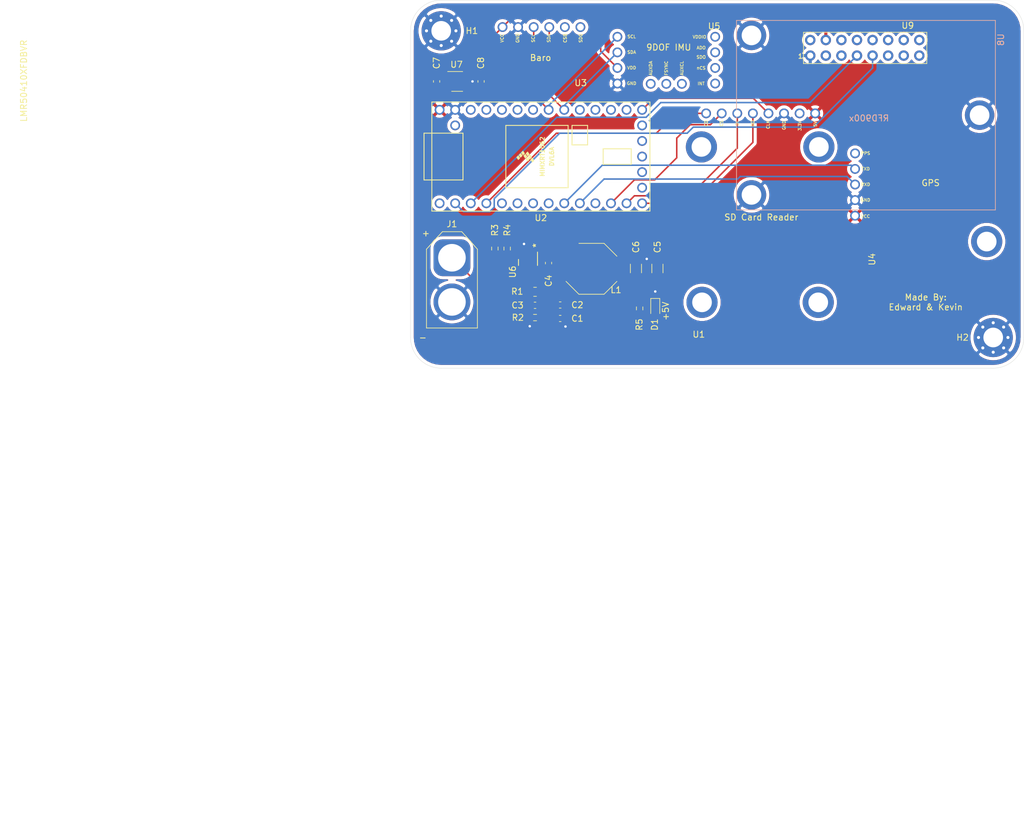
<source format=kicad_pcb>
(kicad_pcb (version 20171130) (host pcbnew 5.1.10-88a1d61d58~88~ubuntu18.04.1)
  (layers (0 F.Cu signal) (31 B.Cu signal) (34 B.Paste user) (35 F.Paste user) (36 B.SilkS user) (37 F.SilkS user) (38 B.Mask user) (39 F.Mask user) (44 Edge.Cuts user))
  (net 0 "")
  (net 1 GND)
  (net 2 VCC)
  (net 3 /battery_power_supply/CB)
  (net 4 /battery_power_supply/SW)
  (net 5 +5V)
  (net 6 +3V3)
  (net 7 /battery_power_supply/EN)
  (net 8 /battery_power_supply/FB)
  (net 9 /CS)
  (net 10 /CD)
  (net 11 /MISO)
  (net 12 /MOSI)
  (net 13 /SCK)
  (net 14 "Net-(U2-Pad17)")
  (net 15 "Net-(U2-Pad18)")
  (net 16 "Net-(U2-Pad19)")
  (net 17 "Net-(U2-Pad16)")
  (net 18 "Net-(U2-Pad15)")
  (net 19 "Net-(U2-Pad21)")
  (net 20 "Net-(U2-Pad22)")
  (net 21 "Net-(U2-Pad23)")
  (net 22 "Net-(U2-Pad24)")
  (net 23 /SDA0)
  (net 24 /SCL0)
  (net 25 "Net-(U2-Pad27)")
  (net 26 "Net-(U2-Pad28)")
  (net 27 "Net-(U2-Pad29)")
  (net 28 "Net-(U2-Pad30)")
  (net 29 "Net-(U2-Pad31)")
  (net 30 "Net-(U2-Pad34)")
  (net 31 "Net-(U2-Pad11)")
  (net 32 "Net-(U2-Pad8)")
  (net 33 "Net-(U2-Pad7)")
  (net 34 "Net-(U2-Pad6)")
  (net 35 "Net-(U2-Pad5)")
  (net 36 /TX1)
  (net 37 /RX1)
  (net 38 "Net-(U2-Pad1)")
  (net 39 "Net-(U3-Pad5)")
  (net 40 "Net-(U3-Pad6)")
  (net 41 "Net-(U4-Pad1)")
  (net 42 "Net-(U5-Pad5)")
  (net 43 "Net-(U5-Pad6)")
  (net 44 "Net-(U5-Pad7)")
  (net 45 "Net-(U5-Pad8)")
  (net 46 "Net-(U5-Pad9)")
  (net 47 "Net-(U5-Pad10)")
  (net 48 "Net-(U5-Pad11)")
  (net 49 "Net-(U7-Pad4)")
  (net 50 "Net-(U1-Pad2)")
  (net 51 "Net-(D1-Pad2)")
  (net 52 /TX2)
  (net 53 /RX2)
  (net 54 "Net-(U9-Pad2)")
  (net 55 "Net-(U9-Pad11)")
  (net 56 "Net-(U9-Pad13)")
  (net 57 "Net-(U9-Pad3)")
  (net 58 "Net-(U9-Pad6)")
  (net 59 "Net-(U9-Pad10)")
  (net 60 "Net-(U9-Pad14)")
  (net 61 "Net-(U9-Pad15)")
  (net 62 "Net-(U9-Pad16)")
  (net 63 "Net-(U9-Pad8)")
  (net 64 "Net-(U9-Pad12)")
  (net 65 "Net-(U9-Pad5)")
  (module myFootprints:Teensy40 (layer F.Cu) (at 56.25 60.5)
    (fp_text reference U2 (at 0 10) (layer F.SilkS))
    (fp_text value Teensy4.0)
    (fp_poly (pts (xy -3.937 0.127) (xy -3.683 -0.127) (xy -3.429 0.254) (xy -3.683 0.508)) (layer F.SilkS) (width 0.1))
    (fp_poly (pts (xy -3.556 -0.254) (xy -3.302 -0.508) (xy -3.048 -0.127) (xy -3.302 0.127)) (layer F.SilkS) (width 0.1))
    (fp_poly (pts (xy -1.651 0.508) (xy -1.397 0.254) (xy -1.143 0.635) (xy -1.397 0.889)) (layer F.SilkS) (width 0.1))
    (fp_poly (pts (xy -2.032 0) (xy -1.778 -0.254) (xy -1.524 0.127) (xy -1.778 0.381)) (layer F.SilkS) (width 0.1))
    (fp_poly (pts (xy -2.413 -0.508) (xy -2.159 -0.762) (xy -1.905 -0.381) (xy -2.159 -0.127)) (layer F.SilkS) (width 0.1))
    (fp_poly (pts (xy -2.413 0.381) (xy -2.159 0.127) (xy -1.905 0.508) (xy -2.159 0.762)) (layer F.SilkS) (width 0.1))
    (fp_poly (pts (xy -2.794 -0.127) (xy -2.54 -0.381) (xy -2.286 0) (xy -2.54 0.254)) (layer F.SilkS) (width 0.1))
    (fp_poly (pts (xy -3.175 -0.635) (xy -2.921 -0.889) (xy -2.667 -0.508) (xy -2.921 -0.254)) (layer F.SilkS) (width 0.1))
    (fp_line (start 5.08 -1.905) (end 5.08 -5.08) (layer F.SilkS) (width 0.15))
    (fp_line (start 7.62 -1.905) (end 5.08 -1.905) (layer F.SilkS) (width 0.15))
    (fp_line (start 7.62 -5.08) (end 7.62 -1.905) (layer F.SilkS) (width 0.15))
    (fp_line (start 5.08 -5.08) (end 7.62 -5.08) (layer F.SilkS) (width 0.15))
    (fp_line (start -17.78 8.89) (end -17.78 -8.89) (layer F.SilkS) (width 0.15))
    (fp_line (start 17.78 8.89) (end -17.78 8.89) (layer F.SilkS) (width 0.15))
    (fp_line (start 17.78 -8.89) (end 17.78 8.89) (layer F.SilkS) (width 0.15))
    (fp_line (start -17.78 -8.89) (end 17.78 -8.89) (layer F.SilkS) (width 0.15))
    (fp_line (start 4.445 5.08) (end -5.715 5.08) (layer F.SilkS) (width 0.15))
    (fp_line (start 4.445 -5.08) (end -5.715 -5.08) (layer F.SilkS) (width 0.15))
    (fp_line (start -5.715 -5.08) (end -5.715 5.08) (layer F.SilkS) (width 0.15))
    (fp_line (start 4.445 5.08) (end 4.445 -5.08) (layer F.SilkS) (width 0.15))
    (fp_line (start 10.16 -1.27) (end 14.732 -1.27) (layer F.SilkS) (width 0.15))
    (fp_line (start 10.16 1.27) (end 10.16 -1.27) (layer F.SilkS) (width 0.15))
    (fp_line (start 14.732 1.27) (end 10.16 1.27) (layer F.SilkS) (width 0.15))
    (fp_line (start 14.732 -1.27) (end 14.732 1.27) (layer F.SilkS) (width 0.15))
    (fp_line (start -12.7 3.81) (end -17.78 3.81) (layer F.SilkS) (width 0.15))
    (fp_line (start -12.7 -3.81) (end -17.78 -3.81) (layer F.SilkS) (width 0.15))
    (fp_line (start -12.7 3.81) (end -12.7 -3.81) (layer F.SilkS) (width 0.15))
    (fp_line (start -19.05 -3.81) (end -17.78 -3.81) (layer F.SilkS) (width 0.15))
    (fp_line (start -19.05 3.81) (end -19.05 -3.81) (layer F.SilkS) (width 0.15))
    (fp_line (start -17.78 3.81) (end -19.05 3.81) (layer F.SilkS) (width 0.15))
    (fp_text user MIMXRT1062 (at 0.254 0 90) (layer F.SilkS) (effects (font (size 0.7 0.7))))
    (fp_text user DVL6A (at 1.778 0 90) (layer F.SilkS) (effects (font (size 0.7 0.7))))
    (pad 17 thru_hole circle (at 16.51 0) (size 1.6 1.6) (drill 1.1) (layers *.Cu *.Mask) (net 14 "Net-(U2-Pad17)"))
    (pad 18 thru_hole circle (at 16.51 -2.54) (size 1.6 1.6) (drill 1.1) (layers *.Cu *.Mask) (net 15 "Net-(U2-Pad18)"))
    (pad 19 thru_hole circle (at 16.51 -5.08) (size 1.6 1.6) (drill 1.1) (layers *.Cu *.Mask) (net 16 "Net-(U2-Pad19)"))
    (pad 20 thru_hole circle (at 16.51 -7.62) (size 1.6 1.6) (drill 1.1) (layers *.Cu *.Mask) (net 13 /SCK))
    (pad 16 thru_hole circle (at 16.51 2.54) (size 1.6 1.6) (drill 1.1) (layers *.Cu *.Mask) (net 17 "Net-(U2-Pad16)"))
    (pad 15 thru_hole circle (at 16.51 5.08) (size 1.6 1.6) (drill 1.1) (layers *.Cu *.Mask) (net 18 "Net-(U2-Pad15)"))
    (pad 14 thru_hole circle (at 16.51 7.62) (size 1.6 1.6) (drill 1.1) (layers *.Cu *.Mask) (net 11 /MISO))
    (pad 21 thru_hole circle (at 13.97 -7.62) (size 1.6 1.6) (drill 1.1) (layers *.Cu *.Mask) (net 19 "Net-(U2-Pad21)"))
    (pad 22 thru_hole circle (at 11.43 -7.62) (size 1.6 1.6) (drill 1.1) (layers *.Cu *.Mask) (net 20 "Net-(U2-Pad22)"))
    (pad 23 thru_hole circle (at 8.89 -7.62) (size 1.6 1.6) (drill 1.1) (layers *.Cu *.Mask) (net 21 "Net-(U2-Pad23)"))
    (pad 24 thru_hole circle (at 6.35 -7.62) (size 1.6 1.6) (drill 1.1) (layers *.Cu *.Mask) (net 22 "Net-(U2-Pad24)"))
    (pad 25 thru_hole circle (at 3.81 -7.62) (size 1.6 1.6) (drill 1.1) (layers *.Cu *.Mask) (net 23 /SDA0))
    (pad 26 thru_hole circle (at 1.27 -7.62) (size 1.6 1.6) (drill 1.1) (layers *.Cu *.Mask) (net 24 /SCL0))
    (pad 27 thru_hole circle (at -1.27 -7.62) (size 1.6 1.6) (drill 1.1) (layers *.Cu *.Mask) (net 25 "Net-(U2-Pad27)"))
    (pad 28 thru_hole circle (at -3.81 -7.62) (size 1.6 1.6) (drill 1.1) (layers *.Cu *.Mask) (net 26 "Net-(U2-Pad28)"))
    (pad 29 thru_hole circle (at -6.35 -7.62) (size 1.6 1.6) (drill 1.1) (layers *.Cu *.Mask) (net 27 "Net-(U2-Pad29)"))
    (pad 30 thru_hole circle (at -8.89 -7.62) (size 1.6 1.6) (drill 1.1) (layers *.Cu *.Mask) (net 28 "Net-(U2-Pad30)"))
    (pad 31 thru_hole circle (at -11.43 -7.62) (size 1.6 1.6) (drill 1.1) (layers *.Cu *.Mask) (net 29 "Net-(U2-Pad31)"))
    (pad 32 thru_hole circle (at -13.97 -7.62) (size 1.6 1.6) (drill 1.1) (layers *.Cu *.Mask) (net 1 GND))
    (pad 33 thru_hole circle (at -16.51 -7.62) (size 1.6 1.6) (drill 1.1) (layers *.Cu *.Mask) (net 5 +5V))
    (pad 34 thru_hole circle (at -13.97 -5.08) (size 1.6 1.6) (drill 1.1) (layers *.Cu *.Mask) (net 30 "Net-(U2-Pad34)"))
    (pad 13 thru_hole circle (at 13.97 7.62) (size 1.6 1.6) (drill 1.1) (layers *.Cu *.Mask) (net 12 /MOSI))
    (pad 12 thru_hole circle (at 11.43 7.62) (size 1.6 1.6) (drill 1.1) (layers *.Cu *.Mask) (net 9 /CS))
    (pad 11 thru_hole circle (at 8.89 7.62) (size 1.6 1.6) (drill 1.1) (layers *.Cu *.Mask) (net 31 "Net-(U2-Pad11)"))
    (pad 10 thru_hole circle (at 6.35 7.62) (size 1.6 1.6) (drill 1.1) (layers *.Cu *.Mask) (net 52 /TX2))
    (pad 9 thru_hole circle (at 3.81 7.62) (size 1.6 1.6) (drill 1.1) (layers *.Cu *.Mask) (net 53 /RX2))
    (pad 8 thru_hole circle (at 1.27 7.62) (size 1.6 1.6) (drill 1.1) (layers *.Cu *.Mask) (net 32 "Net-(U2-Pad8)"))
    (pad 7 thru_hole circle (at -1.27 7.62) (size 1.6 1.6) (drill 1.1) (layers *.Cu *.Mask) (net 33 "Net-(U2-Pad7)"))
    (pad 6 thru_hole circle (at -3.81 7.62) (size 1.6 1.6) (drill 1.1) (layers *.Cu *.Mask) (net 34 "Net-(U2-Pad6)"))
    (pad 5 thru_hole circle (at -6.35 7.62) (size 1.6 1.6) (drill 1.1) (layers *.Cu *.Mask) (net 35 "Net-(U2-Pad5)"))
    (pad 4 thru_hole circle (at -8.89 7.62) (size 1.6 1.6) (drill 1.1) (layers *.Cu *.Mask) (net 10 /CD))
    (pad 3 thru_hole circle (at -11.43 7.62) (size 1.6 1.6) (drill 1.1) (layers *.Cu *.Mask) (net 36 /TX1))
    (pad 2 thru_hole circle (at -13.97 7.62) (size 1.6 1.6) (drill 1.1) (layers *.Cu *.Mask) (net 37 /RX1))
    (pad 1 thru_hole circle (at -16.51 7.62) (size 1.6 1.6) (drill 1.1) (layers *.Cu *.Mask) (net 38 "Net-(U2-Pad1)"))
  )
  (module myFootprints:RFD900x_Pins (layer F.Cu) (at 109.07 42.74)
    (fp_text reference U9 (at 7 -3.6) (layer F.SilkS))
    (fp_text value RFD900x_Pins)
    (fp_line (start -10 -2.5) (end 10.1 -2.5) (layer F.SilkS) (width 0.12))
    (fp_line (start -10 -2.5) (end -10 2.6) (layer F.SilkS) (width 0.12))
    (fp_line (start -10 2.6) (end 10.1 2.6) (layer F.SilkS) (width 0.12))
    (fp_line (start 10.1 2.6) (end 10.1 -2.5) (layer F.SilkS) (width 0.12))
    (pad 1 thru_hole oval (at -8.9 1.3 90) (size 1.7 1.7) (drill 1) (layers *.Cu *.Mask) (net 1 GND))
    (pad 2 thru_hole oval (at -8.9 -1.24 90) (size 1.7 1.7) (drill 1) (layers *.Cu *.Mask) (net 54 "Net-(U9-Pad2)"))
    (pad 11 thru_hole oval (at 3.8 1.3 90) (size 1.7 1.7) (drill 1) (layers *.Cu *.Mask) (net 55 "Net-(U9-Pad11)"))
    (pad 13 thru_hole oval (at 6.34 1.3 90) (size 1.7 1.7) (drill 1) (layers *.Cu *.Mask) (net 56 "Net-(U9-Pad13)"))
    (pad 3 thru_hole oval (at -6.36 1.3 90) (size 1.7 1.7) (drill 1) (layers *.Cu *.Mask) (net 57 "Net-(U9-Pad3)"))
    (pad 6 thru_hole oval (at -3.82 -1.24 90) (size 1.7 1.7) (drill 1) (layers *.Cu *.Mask) (net 58 "Net-(U9-Pad6)"))
    (pad 10 thru_hole oval (at 1.26 -1.24 90) (size 1.7 1.7) (drill 1) (layers *.Cu *.Mask) (net 59 "Net-(U9-Pad10)"))
    (pad 14 thru_hole oval (at 6.34 -1.24 90) (size 1.7 1.7) (drill 1) (layers *.Cu *.Mask) (net 60 "Net-(U9-Pad14)"))
    (pad 15 thru_hole oval (at 8.88 1.3 90) (size 1.7 1.7) (drill 1) (layers *.Cu *.Mask) (net 61 "Net-(U9-Pad15)"))
    (pad 7 thru_hole oval (at -1.28 1.3 90) (size 1.7 1.7) (drill 1) (layers *.Cu *.Mask) (net 36 /TX1))
    (pad 9 thru_hole oval (at 1.26 1.3 90) (size 1.7 1.7) (drill 1) (layers *.Cu *.Mask) (net 37 /RX1))
    (pad 16 thru_hole oval (at 8.88 -1.24 90) (size 1.7 1.7) (drill 1) (layers *.Cu *.Mask) (net 62 "Net-(U9-Pad16)"))
    (pad 8 thru_hole oval (at -1.28 -1.24 90) (size 1.7 1.7) (drill 1) (layers *.Cu *.Mask) (net 63 "Net-(U9-Pad8)"))
    (pad 12 thru_hole oval (at 3.8 -1.24 90) (size 1.7 1.7) (drill 1) (layers *.Cu *.Mask) (net 64 "Net-(U9-Pad12)"))
    (pad 5 thru_hole oval (at -3.82 1.3 90) (size 1.7 1.7) (drill 1) (layers *.Cu *.Mask) (net 65 "Net-(U9-Pad5)"))
    (pad 4 thru_hole oval (at -6.36 -1.24 90) (size 1.7 1.7) (drill 1) (layers *.Cu *.Mask) (net 5 +5V))
  )
  (module myFootprints:RFD900x_Mech (layer B.Cu) (at 109.25 53.75 90)
    (fp_text reference U8 (at 12.3 22 90) (layer B.SilkS) (effects (justify mirror)))
    (fp_text value RFD900x_Mech)
    (fp_line (start -15.45 21.1) (end 15.45 21.1) (layer B.SilkS) (width 0.12))
    (fp_line (start -15.45 -21.1) (end 15.45 -21.1) (layer B.SilkS) (width 0.12))
    (fp_line (start 15.45 21.1) (end 15.45 -21.1) (layer B.SilkS) (width 0.12))
    (fp_line (start -15.45 21.1) (end -15.45 -21.1) (layer B.SilkS) (width 0.12))
    (pad 1 thru_hole circle (at -13 -18.66 90) (size 4.8 4.8) (drill 3.2) (layers *.Cu *.Mask) (net 1 GND))
    (pad 1 thru_hole circle (at 13 -18.66 90) (size 4.8 4.8) (drill 3.2) (layers *.Cu *.Mask) (net 1 GND))
    (pad 1 thru_hole circle (at 0 18.53 90) (size 4.8 4.8) (drill 3.2) (layers *.Cu *.Mask) (net 1 GND))
  )
  (module MountingHole:MountingHole_3.2mm_M3_Pad_Via (layer F.Cu) (at 130 90)
    (fp_text reference H2 (at -5 0) (layer F.SilkS))
    (fp_text value MountingHole_Pad)
    (pad 1 thru_hole circle (at 1.697056 -1.697056) (size 0.8 0.8) (drill 0.5) (layers *.Cu *.Mask) (net 1 GND))
    (pad 1 thru_hole circle (at 0 -2.4) (size 0.8 0.8) (drill 0.5) (layers *.Cu *.Mask) (net 1 GND))
    (pad 1 thru_hole circle (at -1.697056 -1.697056) (size 0.8 0.8) (drill 0.5) (layers *.Cu *.Mask) (net 1 GND))
    (pad 1 thru_hole circle (at -2.4 0) (size 0.8 0.8) (drill 0.5) (layers *.Cu *.Mask) (net 1 GND))
    (pad 1 thru_hole circle (at -1.697056 1.697056) (size 0.8 0.8) (drill 0.5) (layers *.Cu *.Mask) (net 1 GND))
    (pad 1 thru_hole circle (at 0 2.4) (size 0.8 0.8) (drill 0.5) (layers *.Cu *.Mask) (net 1 GND))
    (pad 1 thru_hole circle (at 1.697056 1.697056) (size 0.8 0.8) (drill 0.5) (layers *.Cu *.Mask) (net 1 GND))
    (pad 1 thru_hole circle (at 2.4 0) (size 0.8 0.8) (drill 0.5) (layers *.Cu *.Mask) (net 1 GND))
    (pad 1 thru_hole circle (at 0 0) (size 6.4 6.4) (drill 3.2) (layers *.Cu *.Mask) (net 1 GND))
  )
  (module MountingHole:MountingHole_3.2mm_M3_Pad_Via (layer F.Cu) (at 40 40)
    (fp_text reference H1 (at 5 0) (layer F.SilkS))
    (fp_text value MountingHole_Pad)
    (pad 1 thru_hole circle (at 1.697056 -1.697056) (size 0.8 0.8) (drill 0.5) (layers *.Cu *.Mask) (net 1 GND))
    (pad 1 thru_hole circle (at 0 -2.4) (size 0.8 0.8) (drill 0.5) (layers *.Cu *.Mask) (net 1 GND))
    (pad 1 thru_hole circle (at -1.697056 -1.697056) (size 0.8 0.8) (drill 0.5) (layers *.Cu *.Mask) (net 1 GND))
    (pad 1 thru_hole circle (at -2.4 0) (size 0.8 0.8) (drill 0.5) (layers *.Cu *.Mask) (net 1 GND))
    (pad 1 thru_hole circle (at -1.697056 1.697056) (size 0.8 0.8) (drill 0.5) (layers *.Cu *.Mask) (net 1 GND))
    (pad 1 thru_hole circle (at 0 2.4) (size 0.8 0.8) (drill 0.5) (layers *.Cu *.Mask) (net 1 GND))
    (pad 1 thru_hole circle (at 1.697056 1.697056) (size 0.8 0.8) (drill 0.5) (layers *.Cu *.Mask) (net 1 GND))
    (pad 1 thru_hole circle (at 2.4 0) (size 0.8 0.8) (drill 0.5) (layers *.Cu *.Mask) (net 1 GND))
    (pad 1 thru_hole circle (at 0 0) (size 6.4 6.4) (drill 3.2) (layers *.Cu *.Mask) (net 1 GND))
  )
  (module Resistor_SMD:R_0603_1608Metric_Pad0.98x0.95mm_HandSolder (layer F.Cu) (at 72.35 85.255 270)
    (fp_text reference R5 (at 2.645 0.05 90) (layer F.SilkS))
    (fp_text value 200)
    (fp_line (start -0.254724 -0.5225) (end 0.254724 -0.5225) (layer F.SilkS) (width 0.12))
    (fp_line (start -0.254724 0.5225) (end 0.254724 0.5225) (layer F.SilkS) (width 0.12))
    (pad 2 smd roundrect (at 0.9125 0 270) (size 0.975 0.95) (layers F.Cu F.Paste F.Mask) (net 51 "Net-(D1-Pad2)"))
    (pad 1 smd roundrect (at -0.9125 0 270) (size 0.975 0.95) (layers F.Cu F.Paste F.Mask) (net 5 +5V))
  )
  (module LED_SMD:LED_0603_1608Metric_Pad1.05x0.95mm_HandSolder (layer F.Cu) (at 74.9 85.3 270)
    (fp_text reference D1 (at 2.6 0.1 90) (layer F.SilkS))
    (fp_text value LED)
    (fp_line (start 0.8 -0.735) (end -1.66 -0.735) (layer F.SilkS) (width 0.12))
    (fp_line (start -1.66 -0.735) (end -1.66 0.735) (layer F.SilkS) (width 0.12))
    (fp_line (start -1.66 0.735) (end 0.8 0.735) (layer F.SilkS) (width 0.12))
    (pad 2 smd roundrect (at 0.875 0 270) (size 1.05 0.95) (layers F.Cu F.Paste F.Mask) (net 51 "Net-(D1-Pad2)"))
    (pad 1 smd roundrect (at -0.875 0 270) (size 1.05 0.95) (layers F.Cu F.Paste F.Mask) (net 1 GND))
  )
  (module myFootprints:RobotDyn_SD_Card_Reader (layer F.Cu) (at 92 69.5 180)
    (fp_text reference U1 (at 10 -20) (layer F.SilkS))
    (fp_text value SD_Card_Reader)
    (fp_text user 3.3V (at -6.47 14 90) (layer F.SilkS) (effects (font (size 0.5 0.5) (thickness 0.1))))
    (fp_text user GND (at -3.9 14.1 90) (layer F.SilkS) (effects (font (size 0.5 0.5) (thickness 0.1))))
    (fp_text user CLK (at -1.3 14.2 90) (layer F.SilkS) (effects (font (size 0.5 0.5) (thickness 0.1))))
    (fp_text user 5V (at -9 14.3 90) (layer F.SilkS) (effects (font (size 0.5 0.5) (thickness 0.1))))
    (fp_text user DI (at 3.73 14.4 90) (layer F.SilkS) (effects (font (size 0.5 0.5) (thickness 0.1))))
    (fp_text user CS (at 6.3 14.4 90) (layer F.SilkS) (effects (font (size 0.5 0.5) (thickness 0.1))))
    (fp_text user CD (at 8.8 14.4 90) (layer F.SilkS) (effects (font (size 0.5 0.5) (thickness 0.1))))
    (fp_text user DO (at 1.19 14.4 90) (layer F.SilkS) (effects (font (size 0.5 0.5) (thickness 0.1))))
    (pad 2 thru_hole circle (at -6.435 16.04 180) (size 1.6 1.6) (drill 1.1) (layers *.Cu *.Mask) (net 50 "Net-(U1-Pad2)"))
    (pad 1 thru_hole circle (at -8.975 16.04 180) (size 1.6 1.6) (drill 1.1) (layers *.Cu *.Mask) (net 5 +5V))
    (pad 4 thru_hole circle (at -1.355 16.04 180) (size 1.6 1.6) (drill 1.1) (layers *.Cu *.Mask) (net 13 /SCK))
    (pad 3 thru_hole circle (at -3.895 16.04 180) (size 1.6 1.6) (drill 1.1) (layers *.Cu *.Mask) (net 1 GND))
    (pad 6 thru_hole circle (at 3.725 16.04 180) (size 1.6 1.6) (drill 1.1) (layers *.Cu *.Mask) (net 12 /MOSI))
    (pad 5 thru_hole circle (at 1.185 16.04 180) (size 1.6 1.6) (drill 1.1) (layers *.Cu *.Mask) (net 11 /MISO))
    (pad 8 thru_hole circle (at 8.805 16.04 180) (size 1.6 1.6) (drill 1.1) (layers *.Cu *.Mask) (net 10 /CD))
    (pad 7 thru_hole circle (at 6.265 16.04 180) (size 1.6 1.6) (drill 1.1) (layers *.Cu *.Mask) (net 9 /CS))
    (pad 9 thru_hole circle (at -9.475 -14.77 180) (size 5.08 5.08) (drill 3.2) (layers *.Cu *.Mask))
    (pad 10 thru_hole circle (at 9.475 -14.77 180) (size 5.08 5.08) (drill 3.2) (layers *.Cu *.Mask))
    (pad 11 thru_hole circle (at -9.575 10.57 180) (size 5.08 5.08) (drill 3.2) (layers *.Cu *.Mask))
    (pad 12 thru_hole circle (at 9.575 10.57 180) (size 5.08 5.08) (drill 3.2) (layers *.Cu *.Mask))
  )
  (module Capacitor_SMD:C_0603_1608Metric_Pad1.08x0.95mm_HandSolder (layer F.Cu) (at 59.4 86.9)
    (fp_text reference C1 (at 2.8 0) (layer F.SilkS))
    (fp_text value 10u)
    (fp_line (start -0.146267 -0.51) (end 0.146267 -0.51) (layer F.SilkS) (width 0.12))
    (fp_line (start -0.146267 0.51) (end 0.146267 0.51) (layer F.SilkS) (width 0.12))
    (pad 2 smd roundrect (at 0.8625 0) (size 1.075 0.95) (layers F.Cu F.Paste F.Mask) (net 1 GND))
    (pad 1 smd roundrect (at -0.8625 0) (size 1.075 0.95) (layers F.Cu F.Paste F.Mask) (net 2 VCC))
  )
  (module Capacitor_SMD:C_0603_1608Metric_Pad1.08x0.95mm_HandSolder (layer F.Cu) (at 59.4 84.7)
    (fp_text reference C2 (at 2.8 0) (layer F.SilkS))
    (fp_text value 10u)
    (fp_line (start -0.146267 0.51) (end 0.146267 0.51) (layer F.SilkS) (width 0.12))
    (fp_line (start -0.146267 -0.51) (end 0.146267 -0.51) (layer F.SilkS) (width 0.12))
    (pad 1 smd roundrect (at -0.8625 0) (size 1.075 0.95) (layers F.Cu F.Paste F.Mask) (net 2 VCC))
    (pad 2 smd roundrect (at 0.8625 0) (size 1.075 0.95) (layers F.Cu F.Paste F.Mask) (net 1 GND))
  )
  (module Capacitor_SMD:C_0603_1608Metric_Pad1.08x0.95mm_HandSolder (layer F.Cu) (at 55.3 84.75 180)
    (fp_text reference C3 (at 2.85 0) (layer F.SilkS))
    (fp_text value 100n)
    (fp_line (start -0.146267 0.51) (end 0.146267 0.51) (layer F.SilkS) (width 0.12))
    (fp_line (start -0.146267 -0.51) (end 0.146267 -0.51) (layer F.SilkS) (width 0.12))
    (pad 1 smd roundrect (at -0.8625 0 180) (size 1.075 0.95) (layers F.Cu F.Paste F.Mask) (net 2 VCC))
    (pad 2 smd roundrect (at 0.8625 0 180) (size 1.075 0.95) (layers F.Cu F.Paste F.Mask) (net 1 GND))
  )
  (module Capacitor_SMD:C_0603_1608Metric_Pad1.08x0.95mm_HandSolder (layer F.Cu) (at 57.5 77.8625 90)
    (fp_text reference C4 (at -2.9 0 90) (layer F.SilkS))
    (fp_text value 100n)
    (fp_line (start -0.146267 -0.51) (end 0.146267 -0.51) (layer F.SilkS) (width 0.12))
    (fp_line (start -0.146267 0.51) (end 0.146267 0.51) (layer F.SilkS) (width 0.12))
    (pad 2 smd roundrect (at 0.8625 0 90) (size 1.075 0.95) (layers F.Cu F.Paste F.Mask) (net 3 /battery_power_supply/CB))
    (pad 1 smd roundrect (at -0.8625 0 90) (size 1.075 0.95) (layers F.Cu F.Paste F.Mask) (net 4 /battery_power_supply/SW))
  )
  (module Capacitor_SMD:C_1206_3216Metric_Pad1.33x1.80mm_HandSolder (layer F.Cu) (at 75.25 78.75 90)
    (fp_text reference C5 (at 3.5 0 90) (layer F.SilkS))
    (fp_text value 10u)
    (fp_line (start -0.711252 0.91) (end 0.711252 0.91) (layer F.SilkS) (width 0.12))
    (fp_line (start -0.711252 -0.91) (end 0.711252 -0.91) (layer F.SilkS) (width 0.12))
    (pad 1 smd roundrect (at -1.5625 0 90) (size 1.325 1.8) (layers F.Cu F.Paste F.Mask) (roundrect_rratio 0.1886777358490566) (net 5 +5V))
    (pad 2 smd roundrect (at 1.5625 0 90) (size 1.325 1.8) (layers F.Cu F.Paste F.Mask) (roundrect_rratio 0.1886777358490566) (net 1 GND))
  )
  (module Capacitor_SMD:C_1206_3216Metric_Pad1.33x1.80mm_HandSolder (layer F.Cu) (at 71.75 78.75 90)
    (fp_text reference C6 (at 3.5 0 90) (layer F.SilkS))
    (fp_text value 10u)
    (fp_line (start -0.711252 -0.91) (end 0.711252 -0.91) (layer F.SilkS) (width 0.12))
    (fp_line (start -0.711252 0.91) (end 0.711252 0.91) (layer F.SilkS) (width 0.12))
    (pad 2 smd roundrect (at 1.5625 0 90) (size 1.325 1.8) (layers F.Cu F.Paste F.Mask) (roundrect_rratio 0.1886777358490566) (net 1 GND))
    (pad 1 smd roundrect (at -1.5625 0 90) (size 1.325 1.8) (layers F.Cu F.Paste F.Mask) (roundrect_rratio 0.1886777358490566) (net 5 +5V))
  )
  (module Capacitor_SMD:C_0603_1608Metric_Pad1.08x0.95mm_HandSolder (layer F.Cu) (at 39.25 48.25 270)
    (fp_text reference C7 (at -3 0 90) (layer F.SilkS))
    (fp_text value 1u)
    (fp_line (start -0.146267 0.51) (end 0.146267 0.51) (layer F.SilkS) (width 0.12))
    (fp_line (start -0.146267 -0.51) (end 0.146267 -0.51) (layer F.SilkS) (width 0.12))
    (pad 1 smd roundrect (at -0.8625 0 270) (size 1.075 0.95) (layers F.Cu F.Paste F.Mask) (net 5 +5V))
    (pad 2 smd roundrect (at 0.8625 0 270) (size 1.075 0.95) (layers F.Cu F.Paste F.Mask) (net 1 GND))
  )
  (module Capacitor_SMD:C_0603_1608Metric_Pad1.08x0.95mm_HandSolder (layer F.Cu) (at 46.5 48.25 270)
    (fp_text reference C8 (at -3 0.0375 90) (layer F.SilkS))
    (fp_text value 1u)
    (fp_line (start -0.146267 -0.51) (end 0.146267 -0.51) (layer F.SilkS) (width 0.12))
    (fp_line (start -0.146267 0.51) (end 0.146267 0.51) (layer F.SilkS) (width 0.12))
    (pad 2 smd roundrect (at 0.8625 0 270) (size 1.075 0.95) (layers F.Cu F.Paste F.Mask) (net 1 GND))
    (pad 1 smd roundrect (at -0.8625 0 270) (size 1.075 0.95) (layers F.Cu F.Paste F.Mask) (net 6 +3V3))
  )
  (module Inductor_SMD:L_Bourns-SRU8043 (layer F.Cu) (at 64.5 78.8)
    (fp_text reference L1 (at 4 3.45) (layer F.SilkS))
    (fp_text value 15u)
    (fp_line (start -2.05 -4.15) (end 2.05 -4.15) (layer F.SilkS) (width 0.12))
    (fp_line (start -2.05 4.15) (end -4.15 2.05) (layer F.SilkS) (width 0.12))
    (fp_line (start 2.05 4.15) (end -2.05 4.15) (layer F.SilkS) (width 0.12))
    (fp_line (start 2.05 4.15) (end 4.15 2.05) (layer F.SilkS) (width 0.12))
    (fp_line (start 2.05 -4.15) (end 4.15 -2.05) (layer F.SilkS) (width 0.12))
    (pad 1 smd rect (at -3.9 0) (size 2 3.2) (layers F.Cu F.Paste F.Mask) (net 4 /battery_power_supply/SW))
    (pad 2 smd rect (at 3.9 0) (size 2 3.2) (layers F.Cu F.Paste F.Mask) (net 5 +5V))
  )
  (module Resistor_SMD:R_0805_2012Metric_Pad1.20x1.40mm_HandSolder (layer F.Cu) (at 55.3 82.55 180)
    (fp_text reference R1 (at 2.9 0.05) (layer F.SilkS))
    (fp_text value 665k)
    (fp_line (start -0.227064 0.735) (end 0.227064 0.735) (layer F.SilkS) (width 0.12))
    (fp_line (start -0.227064 -0.735) (end 0.227064 -0.735) (layer F.SilkS) (width 0.12))
    (pad 1 smd roundrect (at -1 0 180) (size 1.2 1.4) (layers F.Cu F.Paste F.Mask) (roundrect_rratio 0.2083325) (net 2 VCC))
    (pad 2 smd roundrect (at 1 0 180) (size 1.2 1.4) (layers F.Cu F.Paste F.Mask) (roundrect_rratio 0.2083325) (net 7 /battery_power_supply/EN))
  )
  (module Resistor_SMD:R_0603_1608Metric_Pad0.98x0.95mm_HandSolder (layer F.Cu) (at 55.3 86.75 180)
    (fp_text reference R2 (at 2.8 0) (layer F.SilkS))
    (fp_text value 200k)
    (fp_line (start -0.254724 0.5225) (end 0.254724 0.5225) (layer F.SilkS) (width 0.12))
    (fp_line (start -0.254724 -0.5225) (end 0.254724 -0.5225) (layer F.SilkS) (width 0.12))
    (pad 1 smd roundrect (at -0.9125 0 180) (size 0.975 0.95) (layers F.Cu F.Paste F.Mask) (net 2 VCC))
    (pad 2 smd roundrect (at 0.9125 0 180) (size 0.975 0.95) (layers F.Cu F.Paste F.Mask) (net 1 GND))
  )
  (module Resistor_SMD:R_0603_1608Metric_Pad0.98x0.95mm_HandSolder (layer F.Cu) (at 48.75 75.5 270)
    (fp_text reference R3 (at -3 0 90) (layer F.SilkS))
    (fp_text value 88.7k)
    (fp_line (start -0.254724 0.5225) (end 0.254724 0.5225) (layer F.SilkS) (width 0.12))
    (fp_line (start -0.254724 -0.5225) (end 0.254724 -0.5225) (layer F.SilkS) (width 0.12))
    (pad 1 smd roundrect (at -0.9125 0 270) (size 0.975 0.95) (layers F.Cu F.Paste F.Mask) (net 5 +5V))
    (pad 2 smd roundrect (at 0.9125 0 270) (size 0.975 0.95) (layers F.Cu F.Paste F.Mask) (net 8 /battery_power_supply/FB))
  )
  (module Resistor_SMD:R_0603_1608Metric_Pad0.98x0.95mm_HandSolder (layer F.Cu) (at 50.75 75.5 90)
    (fp_text reference R4 (at 3 0 90) (layer F.SilkS))
    (fp_text value 22.1k)
    (fp_line (start -0.254724 -0.5225) (end 0.254724 -0.5225) (layer F.SilkS) (width 0.12))
    (fp_line (start -0.254724 0.5225) (end 0.254724 0.5225) (layer F.SilkS) (width 0.12))
    (pad 2 smd roundrect (at 0.9125 0 90) (size 0.975 0.95) (layers F.Cu F.Paste F.Mask) (net 1 GND))
    (pad 1 smd roundrect (at -0.9125 0 90) (size 0.975 0.95) (layers F.Cu F.Paste F.Mask) (net 8 /battery_power_supply/FB))
  )
  (module myFootprints:GY-BMP280 (layer F.Cu) (at 56.5 43.75)
    (fp_text reference U3 (at 6.25 4.75) (layer F.SilkS))
    (fp_text value GY-BMP280)
    (fp_text user VCC (at -6.57 -2.55 90) (layer F.SilkS) (effects (font (size 0.5 0.5) (thickness 0.1))))
    (fp_text user SDA (at 1.05 -2.55 90) (layer F.SilkS) (effects (font (size 0.5 0.5) (thickness 0.1))))
    (fp_text user GND (at -4.03 -2.55 90) (layer F.SilkS) (effects (font (size 0.5 0.5) (thickness 0.1))))
    (fp_text user SCL (at -1.49 -2.55 90) (layer F.SilkS) (effects (font (size 0.5 0.5) (thickness 0.1))))
    (fp_text user CSB (at 3.71 -2.55 90) (layer F.SilkS) (effects (font (size 0.5 0.5) (thickness 0.1))))
    (fp_text user SD0 (at 6.25 -2.55 90) (layer F.SilkS) (effects (font (size 0.5 0.5) (thickness 0.1))))
    (pad 1 thru_hole circle (at -6.5 -4.36) (size 1.6 1.6) (drill 1.1) (layers *.Cu *.Mask) (net 6 +3V3))
    (pad 2 thru_hole circle (at -3.96 -4.36) (size 1.6 1.6) (drill 1.1) (layers *.Cu *.Mask) (net 1 GND))
    (pad 3 thru_hole circle (at -1.42 -4.36) (size 1.6 1.6) (drill 1.1) (layers *.Cu *.Mask) (net 24 /SCL0))
    (pad 4 thru_hole circle (at 1.12 -4.36) (size 1.6 1.6) (drill 1.1) (layers *.Cu *.Mask) (net 23 /SDA0))
    (pad 5 thru_hole circle (at 3.66 -4.36) (size 1.6 1.6) (drill 1.1) (layers *.Cu *.Mask) (net 39 "Net-(U3-Pad5)"))
    (pad 6 thru_hole circle (at 6.2 -4.36) (size 1.6 1.6) (drill 1.1) (layers *.Cu *.Mask) (net 40 "Net-(U3-Pad6)"))
  )
  (module myFootprints:TinyGPS++ (layer F.Cu) (at 119.25 65.25 270)
    (fp_text reference U4 (at 12 9 90) (layer F.SilkS))
    (fp_text value TinyGPS++)
    (fp_text user GND (at 2.34 10.06) (layer F.SilkS) (effects (font (size 0.5 0.5) (thickness 0.1))))
    (fp_text user VCC (at 5 10.06) (layer F.SilkS) (effects (font (size 0.5 0.5) (thickness 0.1))))
    (fp_text user RXD (at -0.2 10.06) (layer F.SilkS) (effects (font (size 0.5 0.5) (thickness 0.1))))
    (fp_text user PPS (at -5.28 10.06) (layer F.SilkS) (effects (font (size 0.5 0.5) (thickness 0.1))))
    (fp_text user TXD (at -2.74 10.06) (layer F.SilkS) (effects (font (size 0.5 0.5) (thickness 0.1))))
    (pad 1 thru_hole circle (at -5.27 11.77 270) (size 1.6 1.6) (drill 1.1) (layers *.Cu *.Mask) (net 41 "Net-(U4-Pad1)"))
    (pad 4 thru_hole circle (at 2.35 11.77 270) (size 1.6 1.6) (drill 1.1) (layers *.Cu *.Mask) (net 1 GND))
    (pad 2 thru_hole circle (at -2.73 11.77 270) (size 1.6 1.6) (drill 1.1) (layers *.Cu *.Mask) (net 53 /RX2))
    (pad 3 thru_hole circle (at -0.19 11.77 270) (size 1.6 1.6) (drill 1.1) (layers *.Cu *.Mask) (net 52 /TX2))
    (pad 5 thru_hole circle (at 4.89 11.77 270) (size 1.6 1.6) (drill 1.1) (layers *.Cu *.Mask) (net 5 +5V))
    (pad 6 thru_hole circle (at 9.11 -9.69 270) (size 5.08 5.08) (drill 3.2) (layers *.Cu *.Mask))
  )
  (module myFootprints:MPU9250 (layer F.Cu) (at 77 44.5 90)
    (fp_text reference U5 (at 5.25 7.5 180) (layer F.SilkS))
    (fp_text value MPU9250_custom)
    (fp_text user SCL (at 3.55 -5.95) (layer F.SilkS) (effects (font (size 0.5 0.5) (thickness 0.1))))
    (fp_text user SDA (at 1.01 -5.95) (layer F.SilkS) (effects (font (size 0.5 0.5) (thickness 0.1))))
    (fp_text user VDD (at -1.53 -5.95) (layer F.SilkS) (effects (font (size 0.5 0.5) (thickness 0.1))))
    (fp_text user GND (at -4.07 -5.95) (layer F.SilkS) (effects (font (size 0.5 0.5) (thickness 0.1))))
    (fp_text user AUXDA (at -1.6 -2.84 90) (layer F.SilkS) (effects (font (size 0.5 0.5) (thickness 0.1))))
    (fp_text user FSYNC (at -1.6 -0.3 90) (layer F.SilkS) (effects (font (size 0.5 0.5) (thickness 0.1))))
    (fp_text user AUXCL (at -1.6 2.24 90) (layer F.SilkS) (effects (font (size 0.5 0.5) (thickness 0.1))))
    (fp_text user INT (at -4.11 5.38) (layer F.SilkS) (effects (font (size 0.5 0.5) (thickness 0.1))))
    (fp_text user nCS (at -1.57 5.38) (layer F.SilkS) (effects (font (size 0.5 0.5) (thickness 0.1))))
    (fp_text user ADO (at 1.732 5.38) (layer F.SilkS) (effects (font (size 0.5 0.5) (thickness 0.1))))
    (fp_text user SDO (at 0.208 5.38) (layer F.SilkS) (effects (font (size 0.5 0.5) (thickness 0.1))))
    (fp_text user VDDIO (at 3.5 5.1) (layer F.SilkS) (effects (font (size 0.5 0.5) (thickness 0.1))))
    (pad 1 thru_hole circle (at 3.53 -8.27 90) (size 1.6 1.6) (drill 1.1) (layers *.Cu *.Mask) (net 24 /SCL0))
    (pad 2 thru_hole circle (at 0.99 -8.27 90) (size 1.6 1.6) (drill 1.1) (layers *.Cu *.Mask) (net 23 /SDA0))
    (pad 3 thru_hole circle (at -1.55 -8.27 90) (size 1.6 1.6) (drill 1.1) (layers *.Cu *.Mask) (net 6 +3V3))
    (pad 4 thru_hole circle (at -4.09 -8.27 90) (size 1.6 1.6) (drill 1.1) (layers *.Cu *.Mask) (net 1 GND))
    (pad 5 thru_hole circle (at 3.53 7.67 90) (size 1.6 1.6) (drill 1.1) (layers *.Cu *.Mask) (net 42 "Net-(U5-Pad5)"))
    (pad 6 thru_hole circle (at 0.99 7.67 90) (size 1.6 1.6) (drill 1.1) (layers *.Cu *.Mask) (net 43 "Net-(U5-Pad6)"))
    (pad 7 thru_hole circle (at -1.55 7.67 90) (size 1.6 1.6) (drill 1.1) (layers *.Cu *.Mask) (net 44 "Net-(U5-Pad7)"))
    (pad 8 thru_hole circle (at -4.09 7.67 90) (size 1.6 1.6) (drill 1.1) (layers *.Cu *.Mask) (net 45 "Net-(U5-Pad8)"))
    (pad 9 thru_hole circle (at -4.14 -2.84 90) (size 1.6 1.6) (drill 1.1) (layers *.Cu *.Mask) (net 46 "Net-(U5-Pad9)"))
    (pad 10 thru_hole circle (at -4.14 -0.3 90) (size 1.6 1.6) (drill 1.1) (layers *.Cu *.Mask) (net 47 "Net-(U5-Pad10)"))
    (pad 11 thru_hole circle (at -4.14 2.24 90) (size 1.6 1.6) (drill 1.1) (layers *.Cu *.Mask) (net 48 "Net-(U5-Pad11)"))
  )
  (module myFootprints:LMR50410XFDBVR (layer F.Cu) (at 54.15 77.75 270)
    (fp_text reference U6 (at 1.55 2.5 90) (layer F.SilkS))
    (fp_text value LMR50410XFDBVR (at -29.6 82.2 90) (layer F.SilkS))
    (fp_line (start -0.475 1.549999) (end 0.499999 1.549999) (layer F.SilkS) (width 0.1524))
    (fp_line (start -1.675 -1.549999) (end 0.499999 -1.549999) (layer F.SilkS) (width 0.1524))
    (fp_text user * (at -2.75 -1.35 90) (layer F.SilkS))
    (pad 1 smd rect (at -1.375001 -0.950001) (size 0.599999 1.000001) (layers F.Cu F.Paste F.Mask) (net 3 /battery_power_supply/CB))
    (pad 2 smd rect (at -1.375001 0) (size 0.599999 1.000001) (layers F.Cu F.Paste F.Mask) (net 1 GND))
    (pad 3 smd rect (at -1.375001 0.949998) (size 0.599999 1.000001) (layers F.Cu F.Paste F.Mask) (net 8 /battery_power_supply/FB))
    (pad 4 smd rect (at 1.374999 0.949998) (size 0.599999 1.000001) (layers F.Cu F.Paste F.Mask) (net 7 /battery_power_supply/EN))
    (pad 5 smd rect (at 1.374999 0) (size 0.599999 1.000001) (layers F.Cu F.Paste F.Mask) (net 2 VCC))
    (pad 6 smd rect (at 1.374999 -0.950001) (size 0.599999 1.000001) (layers F.Cu F.Paste F.Mask) (net 4 /battery_power_supply/SW))
  )
  (module Package_TO_SOT_SMD:SOT-23-5 (layer F.Cu) (at 42.6 48.25)
    (fp_text reference U7 (at -0.1 -2.75 180) (layer F.SilkS))
    (fp_text value MIC5504-3.3YM5)
    (fp_line (start 0.9 -1.61) (end -1.55 -1.61) (layer F.SilkS) (width 0.12))
    (fp_line (start -0.9 1.61) (end 0.9 1.61) (layer F.SilkS) (width 0.12))
    (pad 1 smd rect (at -1.1 -0.95) (size 1.06 0.65) (layers F.Cu F.Paste F.Mask) (net 5 +5V))
    (pad 2 smd rect (at -1.1 0) (size 1.06 0.65) (layers F.Cu F.Paste F.Mask) (net 1 GND))
    (pad 3 smd rect (at -1.1 0.95) (size 1.06 0.65) (layers F.Cu F.Paste F.Mask) (net 5 +5V))
    (pad 4 smd rect (at 1.1 0.95) (size 1.06 0.65) (layers F.Cu F.Paste F.Mask) (net 49 "Net-(U7-Pad4)"))
    (pad 5 smd rect (at 1.1 -0.95) (size 1.06 0.65) (layers F.Cu F.Paste F.Mask) (net 6 +3V3))
  )
  (module Connector_AMASS:AMASS_XT60-M_1x02_P7.20mm_Vertical (layer F.Cu) (at 41.75 77 270)
    (fp_text reference J1 (at -5.5 0) (layer F.SilkS))
    (fp_text value BATTERY_IN)
    (fp_line (start 11.45 -4.15) (end -1.4 -4.15) (layer F.SilkS) (width 0.12))
    (fp_line (start -4.25 -1.6) (end -4.25 1.55) (layer F.SilkS) (width 0.12))
    (fp_line (start -1.4 4.15) (end 11.45 4.15) (layer F.SilkS) (width 0.12))
    (fp_line (start 11.45 4.15) (end 11.45 -4.15) (layer F.SilkS) (width 0.12))
    (fp_line (start -1.4 -4.15) (end -4.25 -1.6) (layer F.SilkS) (width 0.12))
    (fp_line (start -4.25 1.55) (end -1.4 4.15) (layer F.SilkS) (width 0.12))
    (pad 2 thru_hole circle (at 7.2 0 270) (size 6 6) (drill 4.5) (layers *.Cu *.Mask) (net 1 GND))
    (pad 1 thru_hole roundrect (at 0 0 270) (size 6 6) (drill 4.5) (layers *.Cu *.Mask) (net 2 VCC))
  )
  (gr_text 1 (at 98.55 44.15) (layer F.SilkS) (effects (font (size 0.75 0.75))))
  (gr_text "RFD900x\n" (at 109.75 54.25) (layer B.SilkS) (effects (font (size 1 1)) (justify mirror)))
  (gr_text "Made By:\nEdward & Kevin\n" (at 119 84.25) (layer F.SilkS) (effects (font (size 1 1))))
  (gr_text Baro (at 56.2 44.4) (layer F.SilkS) (effects (font (size 1 1))))
  (gr_text "9DOF IMU\n" (at 77.1 42.7) (layer F.SilkS) (effects (font (size 1 1))))
  (gr_text GPS (at 119.8 64.8) (layer F.SilkS) (effects (font (size 1 1))))
  (gr_text "SD Card Reader" (at 92.2 70.4) (layer F.SilkS) (effects (font (size 1 1))))
  (gr_text +5V (at 76.6 85.7 90) (layer F.SilkS) (effects (font (size 1 1))))
  (gr_arc (start 130 90) (end 130 95) (angle -90) (layer Edge.Cuts) (width 0.05))
  (gr_arc (start 40 90) (end 35 90) (angle -90) (layer Edge.Cuts) (width 0.05))
  (gr_arc (start 40 40) (end 40 35) (angle -90) (layer Edge.Cuts) (width 0.05))
  (gr_arc (start 130 40) (end 135 40) (angle -90) (layer Edge.Cuts) (width 0.05))
  (gr_line (start 35 90) (end 35 40) (layer Edge.Cuts) (width 0.05))
  (gr_line (start 130 95) (end 40 95) (layer Edge.Cuts) (width 0.05))
  (gr_line (start 135 40) (end 135 90) (layer Edge.Cuts) (width 0.05))
  (gr_line (start 40 35) (end 130 35) (layer Edge.Cuts) (width 0.05))
  (gr_text "-\n" (at 37 90) (layer F.SilkS) (effects (font (size 1 1))))
  (gr_text + (at 37.5 73) (layer F.SilkS) (effects (font (size 1 1))))
  (segment (start 54.15 76.374999) (end 54.15 75.4) (width 0.25) (layer F.Cu) (net 1))
  (via (at 53.5 74.75) (size 0.8) (drill 0.4) (layers F.Cu B.Cu) (net 1))
  (segment (start 54.15 75.4) (end 53.5 74.75) (width 0.25) (layer F.Cu) (net 1))
  (segment (start 53.3375 74.5875) (end 53.5 74.75) (width 0.25) (layer F.Cu) (net 1))
  (segment (start 50.75 74.5875) (end 53.3375 74.5875) (width 0.25) (layer F.Cu) (net 1))
  (via (at 54.437492 88.162508) (size 0.8) (drill 0.4) (layers F.Cu B.Cu) (net 1))
  (segment (start 54.4375 88.1625) (end 54.437492 88.162508) (width 0.25) (layer F.Cu) (net 1))
  (segment (start 54.4375 84.75) (end 54.4375 88.1625) (width 0.25) (layer F.Cu) (net 1))
  (via (at 60.262498 88.212498) (size 0.8) (drill 0.4) (layers F.Cu B.Cu) (net 1))
  (segment (start 60.262501 88.212495) (end 60.262498 88.212498) (width 0.25) (layer F.Cu) (net 1))
  (segment (start 60.2625 84.7) (end 60.262501 88.212495) (width 0.25) (layer F.Cu) (net 1))
  (via (at 73.512496 77.1875) (size 0.8) (drill 0.4) (layers F.Cu B.Cu) (net 1))
  (segment (start 75.25 77.1875) (end 73.512496 77.1875) (width 0.25) (layer F.Cu) (net 1))
  (segment (start 71.75 77.1875) (end 73.512496 77.1875) (width 0.25) (layer F.Cu) (net 1))
  (segment (start 40.1125 48.25) (end 41.5 48.25) (width 0.25) (layer F.Cu) (net 1))
  (segment (start 39.25 49.1125) (end 40.1125 48.25) (width 0.25) (layer F.Cu) (net 1))
  (segment (start 46.5 49.1125) (end 45.962518 49.1125) (width 0.25) (layer F.Cu) (net 1))
  (via (at 45.100018 48.25) (size 0.8) (drill 0.4) (layers F.Cu B.Cu) (net 1))
  (segment (start 45.962518 49.1125) (end 45.100018 48.25) (width 0.25) (layer F.Cu) (net 1))
  (segment (start 41.5 48.25) (end 45.100018 48.25) (width 0.25) (layer F.Cu) (net 1))
  (via (at 74.9 82.5) (size 0.8) (drill 0.4) (layers F.Cu B.Cu) (net 1))
  (segment (start 74.9 84.425) (end 74.9 82.5) (width 0.25) (layer F.Cu) (net 1))
  (segment (start 56.3 82.3) (end 56.3 82.55) (width 0.25) (layer F.Cu) (net 2))
  (segment (start 54.15 79.124999) (end 54.15 80.15) (width 0.25) (layer F.Cu) (net 2))
  (segment (start 54.15 80.15) (end 56.3 82.3) (width 0.25) (layer F.Cu) (net 2))
  (segment (start 55.1 83.75) (end 56.3 82.55) (width 0.25) (layer F.Cu) (net 2))
  (segment (start 41.75 77) (end 48.5 83.75) (width 0.25) (layer F.Cu) (net 2))
  (segment (start 48.5 83.75) (end 55.1 83.75) (width 0.25) (layer F.Cu) (net 2))
  (segment (start 56.3 84.6125) (end 56.1625 84.75) (width 0.25) (layer F.Cu) (net 2))
  (segment (start 56.3 82.55) (end 56.3 84.6125) (width 0.25) (layer F.Cu) (net 2))
  (segment (start 56.1625 86.7) (end 56.2125 86.75) (width 0.25) (layer F.Cu) (net 2))
  (segment (start 56.1625 84.75) (end 56.1625 86.7) (width 0.25) (layer F.Cu) (net 2))
  (segment (start 58.4875 84.75) (end 58.5375 84.7) (width 0.25) (layer F.Cu) (net 2))
  (segment (start 56.1625 84.75) (end 58.4875 84.75) (width 0.25) (layer F.Cu) (net 2))
  (segment (start 58.3875 86.75) (end 58.5375 86.9) (width 0.25) (layer F.Cu) (net 2))
  (segment (start 56.2125 86.75) (end 58.3875 86.75) (width 0.25) (layer F.Cu) (net 2))
  (segment (start 56.874999 76.374999) (end 57.5 77) (width 0.25) (layer F.Cu) (net 3))
  (segment (start 55.100001 76.374999) (end 56.874999 76.374999) (width 0.25) (layer F.Cu) (net 3))
  (segment (start 55.100001 79.124999) (end 55.875001 79.124999) (width 0.25) (layer F.Cu) (net 4))
  (segment (start 56.2 78.8) (end 60.6 78.8) (width 0.25) (layer F.Cu) (net 4))
  (segment (start 55.875001 79.124999) (end 56.2 78.8) (width 0.25) (layer F.Cu) (net 4))
  (segment (start 39.25 47.3875) (end 41.4125 47.3875) (width 0.25) (layer F.Cu) (net 5))
  (segment (start 41.5 50.2) (end 41.5 49.2) (width 0.25) (layer F.Cu) (net 5))
  (segment (start 38.0125 47.3875) (end 37.4 48) (width 0.25) (layer F.Cu) (net 5))
  (segment (start 39.25 47.3875) (end 38.0125 47.3875) (width 0.25) (layer F.Cu) (net 5))
  (segment (start 37.4 48) (end 37.4 49.6) (width 0.25) (layer F.Cu) (net 5))
  (segment (start 37.4 49.6) (end 38.7 50.9) (width 0.25) (layer F.Cu) (net 5))
  (segment (start 38.7 50.9) (end 40.8 50.9) (width 0.25) (layer F.Cu) (net 5))
  (segment (start 40.8 50.9) (end 41.5 50.2) (width 0.25) (layer F.Cu) (net 5))
  (segment (start 43.775002 47.224998) (end 46.337498 47.224998) (width 0.25) (layer F.Cu) (net 6))
  (segment (start 46.337498 47.224998) (end 46.5 47.3875) (width 0.25) (layer F.Cu) (net 6))
  (segment (start 43.7 47.3) (end 43.775002 47.224998) (width 0.25) (layer F.Cu) (net 6))
  (segment (start 46.5 47.3875) (end 46.5 42.89) (width 0.25) (layer F.Cu) (net 6))
  (segment (start 46.5 42.89) (end 50 39.39) (width 0.25) (layer F.Cu) (net 6))
  (segment (start 52.39 37) (end 64.75 37) (width 0.25) (layer F.Cu) (net 6))
  (segment (start 50 39.39) (end 52.39 37) (width 0.25) (layer F.Cu) (net 6))
  (segment (start 66 43.32) (end 68.73 46.05) (width 0.25) (layer F.Cu) (net 6))
  (segment (start 64.75 37) (end 66 38.25) (width 0.25) (layer F.Cu) (net 6))
  (segment (start 66 38.25) (end 66 43.32) (width 0.25) (layer F.Cu) (net 6))
  (segment (start 53.200002 80.200002) (end 53.200002 79.124999) (width 0.25) (layer F.Cu) (net 7))
  (segment (start 54.25 81.25) (end 53.200002 80.200002) (width 0.25) (layer F.Cu) (net 7))
  (segment (start 54.3 82.55) (end 54.25 82.5) (width 0.25) (layer F.Cu) (net 7))
  (segment (start 54.25 82.5) (end 54.25 81.25) (width 0.25) (layer F.Cu) (net 7))
  (segment (start 48.787501 76.374999) (end 48.75 76.4125) (width 0.25) (layer F.Cu) (net 8))
  (segment (start 53.200002 76.374999) (end 48.787501 76.374999) (width 0.25) (layer F.Cu) (net 8))
  (segment (start 71.5 64.3) (end 67.68 68.12) (width 0.25) (layer F.Cu) (net 9))
  (segment (start 83.895 55.3) (end 80.6 55.3) (width 0.25) (layer F.Cu) (net 9))
  (segment (start 74.8 64.3) (end 71.5 64.3) (width 0.25) (layer F.Cu) (net 9))
  (segment (start 85.735 53.46) (end 83.895 55.3) (width 0.25) (layer F.Cu) (net 9))
  (segment (start 80.6 55.3) (end 78.4 57.5) (width 0.25) (layer F.Cu) (net 9))
  (segment (start 78.4 57.5) (end 78.4 60.7) (width 0.25) (layer F.Cu) (net 9))
  (segment (start 78.4 60.7) (end 74.8 64.3) (width 0.25) (layer F.Cu) (net 9))
  (segment (start 75.072501 56.7) (end 58.78 56.7) (width 0.25) (layer F.Cu) (net 10))
  (segment (start 58.78 56.7) (end 47.36 68.12) (width 0.25) (layer F.Cu) (net 10))
  (segment (start 83.195 53.46) (end 78.312501 53.46) (width 0.25) (layer F.Cu) (net 10))
  (segment (start 78.312501 53.46) (end 75.072501 56.7) (width 0.25) (layer F.Cu) (net 10))
  (segment (start 80.88 68.12) (end 72.76 68.12) (width 0.25) (layer F.Cu) (net 11))
  (segment (start 90.815 53.46) (end 90.815 58.185) (width 0.25) (layer F.Cu) (net 11))
  (segment (start 90.815 58.185) (end 80.88 68.12) (width 0.25) (layer F.Cu) (net 11))
  (segment (start 70.28 68.12) (end 70.22 68.12) (width 0.25) (layer F.Cu) (net 12))
  (segment (start 71.5 66.9) (end 70.28 68.12) (width 0.25) (layer F.Cu) (net 12))
  (segment (start 80.5 66.9) (end 71.5 66.9) (width 0.25) (layer F.Cu) (net 12))
  (segment (start 88.275 53.46) (end 88.275 59.125) (width 0.25) (layer F.Cu) (net 12))
  (segment (start 88.275 59.125) (end 80.5 66.9) (width 0.25) (layer F.Cu) (net 12))
  (segment (start 74.64 51) (end 72.76 52.88) (width 0.25) (layer F.Cu) (net 13))
  (segment (start 93.355 53.46) (end 90.895 51) (width 0.25) (layer F.Cu) (net 13))
  (segment (start 90.895 51) (end 74.64 51) (width 0.25) (layer F.Cu) (net 13))
  (segment (start 60.06 52.18) (end 60.06 52.88) (width 0.25) (layer B.Cu) (net 23))
  (segment (start 68.73 43.51) (end 60.06 52.18) (width 0.25) (layer B.Cu) (net 23))
  (segment (start 57.62 50.44) (end 60.06 52.88) (width 0.25) (layer F.Cu) (net 23))
  (segment (start 57.62 39.39) (end 57.62 50.44) (width 0.25) (layer F.Cu) (net 23))
  (segment (start 57.52 52.18) (end 57.52 52.88) (width 0.25) (layer B.Cu) (net 24))
  (segment (start 68.73 40.97) (end 57.52 52.18) (width 0.25) (layer B.Cu) (net 24))
  (segment (start 55.08 50.44) (end 57.52 52.88) (width 0.25) (layer F.Cu) (net 24))
  (segment (start 55.08 39.39) (end 55.08 50.44) (width 0.25) (layer F.Cu) (net 24))
  (segment (start 73.4 54.1) (end 58.84 54.1) (width 0.25) (layer B.Cu) (net 36))
  (segment (start 58.84 54.1) (end 44.82 68.12) (width 0.25) (layer B.Cu) (net 36))
  (segment (start 75.8 51.7) (end 73.4 54.1) (width 0.25) (layer B.Cu) (net 36))
  (segment (start 107.79 44.04) (end 100.13 51.7) (width 0.25) (layer B.Cu) (net 36))
  (segment (start 100.13 51.7) (end 75.8 51.7) (width 0.25) (layer B.Cu) (net 36))
  (segment (start 43.66 69.5) (end 42.28 68.12) (width 0.25) (layer B.Cu) (net 37))
  (segment (start 47.9 69.5) (end 43.66 69.5) (width 0.25) (layer B.Cu) (net 37))
  (segment (start 48.65 68.75) (end 47.9 69.5) (width 0.25) (layer B.Cu) (net 37))
  (segment (start 48.65 67.35) (end 48.65 68.75) (width 0.25) (layer B.Cu) (net 37))
  (segment (start 110.33 44.04) (end 110.33 46.07) (width 0.25) (layer B.Cu) (net 37))
  (segment (start 81.1 55.7) (end 80.1 56.7) (width 0.25) (layer B.Cu) (net 37))
  (segment (start 110.33 46.07) (end 100.7 55.7) (width 0.25) (layer B.Cu) (net 37))
  (segment (start 80.1 56.7) (end 59.3 56.7) (width 0.25) (layer B.Cu) (net 37))
  (segment (start 100.7 55.7) (end 81.1 55.7) (width 0.25) (layer B.Cu) (net 37))
  (segment (start 59.3 56.7) (end 48.65 67.35) (width 0.25) (layer B.Cu) (net 37))
  (segment (start 74.8925 86.1675) (end 74.9 86.175) (width 0.25) (layer F.Cu) (net 51))
  (segment (start 72.35 86.1675) (end 74.8925 86.1675) (width 0.25) (layer F.Cu) (net 51))
  (segment (start 66.554999 64.165001) (end 62.6 68.12) (width 0.25) (layer B.Cu) (net 52))
  (segment (start 88.334999 64.165001) (end 66.554999 64.165001) (width 0.25) (layer B.Cu) (net 52))
  (segment (start 88.75 63.75) (end 88.334999 64.165001) (width 0.25) (layer B.Cu) (net 52))
  (segment (start 107.48 65.06) (end 106.17 63.75) (width 0.25) (layer B.Cu) (net 52))
  (segment (start 106.17 63.75) (end 88.75 63.75) (width 0.25) (layer B.Cu) (net 52))
  (segment (start 66.265001 61.914999) (end 60.06 68.12) (width 0.25) (layer B.Cu) (net 53))
  (segment (start 106.874999 61.914999) (end 66.265001 61.914999) (width 0.25) (layer B.Cu) (net 53))
  (segment (start 107.48 62.52) (end 106.874999 61.914999) (width 0.25) (layer B.Cu) (net 53))
  (zone (net 5) (net_name +5V) (layer F.Cu) (connect_pads (clearance 0.508)) (min_thickness 0.254) (fill yes (arc_segments 32) (thermal_gap 0.508) (thermal_bridge_width 0.508))
    (polygon (pts (xy 135 95) (xy 35 95) (xy 35 35) (xy 135 35)))
  )
  (zone (net 1) (net_name GND) (layer B.Cu) (connect_pads (clearance 0.508)) (min_thickness 0.254) (fill yes (arc_segments 32) (thermal_gap 0.508) (thermal_bridge_width 0.508))
    (polygon (pts (xy 135 95) (xy 35 95) (xy 35 35) (xy 135 35)))
  )
)
</source>
